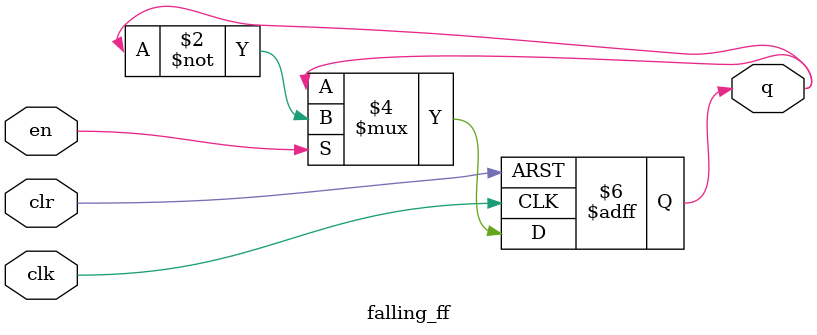
<source format=v>
module falling_ff (q, en, clk, clr);
   
   //Inputs
   input clk, en, clr;
   
   //Internal wire
   wire clr;

   //Output
   output q;
   
   //Register
   reg q;

   //Intialize q to 0
   initial
   begin
       q = 1'b0;
   end

   //Set value of q on positive edge of the clock or clear
   always @(negedge clk or posedge clr) begin
       //If clear is high, set q to 0
       if (clr) begin
           q <= 1'b0;
       //If enable is high, set q to the value of d
       end else if (en) begin
           q <= ~q;
       end
   end
endmodule
</source>
